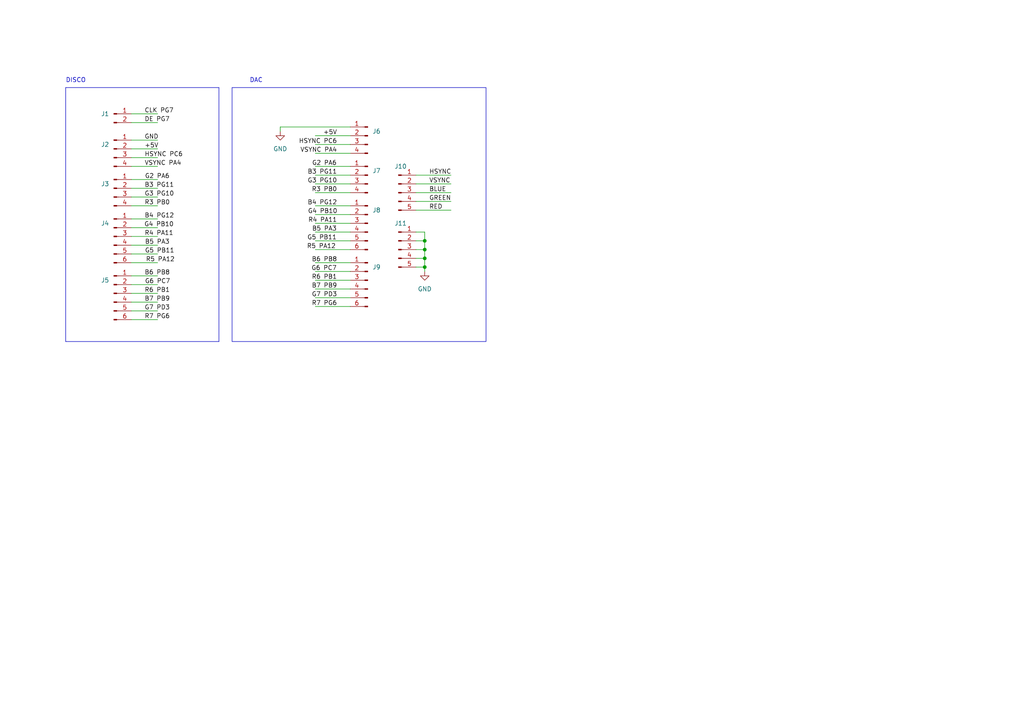
<source format=kicad_sch>
(kicad_sch (version 20230121) (generator eeschema)
  (paper "A4")
  (lib_symbols
    (symbol "Connector:Conn_01x02_Male" (pin_names (offset 1.016) hide)
      (property "Reference" "J" (at 0 2.54 0))
      (property "Value" "Conn_01x02_Male" (at 0 -5.08 0))
      (symbol "Conn_01x02_Male_1_1"
        (polyline (pts (xy 1.27 -2.54) (xy 0.8636 -2.54)) (stroke (width 0.1524)))
        (polyline (pts (xy 1.27 0) (xy 0.8636 0)) (stroke (width 0.1524)))
        (rectangle (start 0.8636 -2.413) (end 0 -2.667) (stroke (width 0.1524)) (fill (type outline)))
        (rectangle (start 0.8636 0.127) (end 0 -0.127) (stroke (width 0.1524)) (fill (type outline)))
        (pin passive line (at 5.08 0 180) (length 3.81) (name "Pin_1") (number "1"))
        (pin passive line (at 5.08 -2.54 180) (length 3.81) (name "Pin_2") (number "2"))
      )
    )
    (symbol "Connector:Conn_01x04_Male" (pin_names (offset 1.016) hide)
      (property "Reference" "J" (at 0 5.08 0))
      (property "Value" "Conn_01x04_Male" (at 0 -7.62 0))
      (symbol "Conn_01x04_Male_1_1"
        (polyline (pts (xy 1.27 -5.08) (xy 0.8636 -5.08)) (stroke (width 0.1524)))
        (polyline (pts (xy 1.27 -2.54) (xy 0.8636 -2.54)) (stroke (width 0.1524)))
        (polyline (pts (xy 1.27 0) (xy 0.8636 0)) (stroke (width 0.1524)))
        (polyline (pts (xy 1.27 2.54) (xy 0.8636 2.54)) (stroke (width 0.1524)))
        (rectangle (start 0.8636 -4.953) (end 0 -5.207) (stroke (width 0.1524)) (fill (type outline)))
        (rectangle (start 0.8636 -2.413) (end 0 -2.667) (stroke (width 0.1524)) (fill (type outline)))
        (rectangle (start 0.8636 0.127) (end 0 -0.127) (stroke (width 0.1524)) (fill (type outline)))
        (rectangle (start 0.8636 2.667) (end 0 2.413) (stroke (width 0.1524)) (fill (type outline)))
        (pin passive line (at 5.08 2.54 180) (length 3.81) (name "Pin_1") (number "1"))
        (pin passive line (at 5.08 0 180) (length 3.81) (name "Pin_2") (number "2"))
        (pin passive line (at 5.08 -2.54 180) (length 3.81) (name "Pin_3") (number "3"))
        (pin passive line (at 5.08 -5.08 180) (length 3.81) (name "Pin_4") (number "4"))
      )
    )
    (symbol "Connector:Conn_01x05_Male" (pin_names (offset 1.016) hide)
      (property "Reference" "J" (at 0 7.62 0))
      (property "Value" "Conn_01x05_Male" (at 0 -7.62 0))
      (symbol "Conn_01x05_Male_1_1"
        (polyline (pts (xy 1.27 -5.08) (xy 0.8636 -5.08)) (stroke (width 0.1524)))
        (polyline (pts (xy 1.27 -2.54) (xy 0.8636 -2.54)) (stroke (width 0.1524)))
        (polyline (pts (xy 1.27 0) (xy 0.8636 0)) (stroke (width 0.1524)))
        (polyline (pts (xy 1.27 2.54) (xy 0.8636 2.54)) (stroke (width 0.1524)))
        (polyline (pts (xy 1.27 5.08) (xy 0.8636 5.08)) (stroke (width 0.1524)))
        (rectangle (start 0.8636 -4.953) (end 0 -5.207) (stroke (width 0.1524)) (fill (type outline)))
        (rectangle (start 0.8636 -2.413) (end 0 -2.667) (stroke (width 0.1524)) (fill (type outline)))
        (rectangle (start 0.8636 0.127) (end 0 -0.127) (stroke (width 0.1524)) (fill (type outline)))
        (rectangle (start 0.8636 2.667) (end 0 2.413) (stroke (width 0.1524)) (fill (type outline)))
        (rectangle (start 0.8636 5.207) (end 0 4.953) (stroke (width 0.1524)) (fill (type outline)))
        (pin passive line (at 5.08 5.08 180) (length 3.81) (name "Pin_1") (number "1"))
        (pin passive line (at 5.08 2.54 180) (length 3.81) (name "Pin_2") (number "2"))
        (pin passive line (at 5.08 0 180) (length 3.81) (name "Pin_3") (number "3"))
        (pin passive line (at 5.08 -2.54 180) (length 3.81) (name "Pin_4") (number "4"))
        (pin passive line (at 5.08 -5.08 180) (length 3.81) (name "Pin_5") (number "5"))
      )
    )
    (symbol "Connector:Conn_01x06_Male" (pin_names (offset 1.016) hide)
      (property "Reference" "J" (at 0 7.62 0))
      (property "Value" "Conn_01x06_Male" (at 0 -10.16 0))
      (symbol "Conn_01x06_Male_1_1"
        (polyline (pts (xy 1.27 -7.62) (xy 0.8636 -7.62)) (stroke (width 0.1524)))
        (polyline (pts (xy 1.27 -5.08) (xy 0.8636 -5.08)) (stroke (width 0.1524)))
        (polyline (pts (xy 1.27 -2.54) (xy 0.8636 -2.54)) (stroke (width 0.1524)))
        (polyline (pts (xy 1.27 0) (xy 0.8636 0)) (stroke (width 0.1524)))
        (polyline (pts (xy 1.27 2.54) (xy 0.8636 2.54)) (stroke (width 0.1524)))
        (polyline (pts (xy 1.27 5.08) (xy 0.8636 5.08)) (stroke (width 0.1524)))
        (rectangle (start 0.8636 -7.493) (end 0 -7.747) (stroke (width 0.1524)) (fill (type outline)))
        (rectangle (start 0.8636 -4.953) (end 0 -5.207) (stroke (width 0.1524)) (fill (type outline)))
        (rectangle (start 0.8636 -2.413) (end 0 -2.667) (stroke (width 0.1524)) (fill (type outline)))
        (rectangle (start 0.8636 0.127) (end 0 -0.127) (stroke (width 0.1524)) (fill (type outline)))
        (rectangle (start 0.8636 2.667) (end 0 2.413) (stroke (width 0.1524)) (fill (type outline)))
        (rectangle (start 0.8636 5.207) (end 0 4.953) (stroke (width 0.1524)) (fill (type outline)))
        (pin passive line (at 5.08 5.08 180) (length 3.81) (name "Pin_1") (number "1"))
        (pin passive line (at 5.08 2.54 180) (length 3.81) (name "Pin_2") (number "2"))
        (pin passive line (at 5.08 0 180) (length 3.81) (name "Pin_3") (number "3"))
        (pin passive line (at 5.08 -2.54 180) (length 3.81) (name "Pin_4") (number "4"))
        (pin passive line (at 5.08 -5.08 180) (length 3.81) (name "Pin_5") (number "5"))
        (pin passive line (at 5.08 -7.62 180) (length 3.81) (name "Pin_6") (number "6"))
      )
    )
    (symbol "power:GND" (power) (pin_names (offset 0))
      (property "Value" "GND" (at 0 -3.81 0))
      (symbol "GND_0_1"
        (polyline (pts (xy 0 0) (xy 0 -1.27) (xy 1.27 -1.27) (xy 0 -2.54) (xy -1.27 -1.27) (xy 0 -1.27)))
      )
      (symbol "GND_1_1"
        (pin power_in line (at 0 0 270) (length 0) hide (name "GND") (number "1"))
      )
    )
  )
  (junction (at 123.19 74.93))
  (junction (at 123.19 72.39))
  (junction (at 123.19 69.85))
  (junction (at 123.19 77.47))
  (wire (pts (xy 120.65 67.31) (xy 123.19 67.31)))
  (wire (pts (xy 38.1 73.66) (xy 45.72 73.66)))
  (wire (pts (xy 101.6 36.83) (xy 81.28 36.83)))
  (wire (pts (xy 38.1 63.5) (xy 45.72 63.5)))
  (wire (pts (xy 38.1 82.55) (xy 45.72 82.55)))
  (wire (pts (xy 91.44 64.77) (xy 101.6 64.77)))
  (wire (pts (xy 91.44 78.74) (xy 101.6 78.74)))
  (wire (pts (xy 120.65 74.93) (xy 123.19 74.93)))
  (wire (pts (xy 91.44 53.34) (xy 101.6 53.34)))
  (wire (pts (xy 38.1 48.26) (xy 45.72 48.26)))
  (polyline (pts (xy 63.5 99.06) (xy 63.5 25.4)))
  (wire (pts (xy 91.44 83.82) (xy 101.6 83.82)))
  (wire (pts (xy 38.1 68.58) (xy 45.72 68.58)))
  (wire (pts (xy 123.19 72.39) (xy 123.19 74.93)))
  (wire (pts (xy 91.44 62.23) (xy 101.6 62.23)))
  (wire (pts (xy 130.81 60.96) (xy 120.65 60.96)))
  (polyline (pts (xy 19.05 99.06) (xy 63.5 99.06)))
  (wire (pts (xy 91.44 39.37) (xy 101.6 39.37)))
  (polyline (pts (xy 19.05 25.4) (xy 63.5 25.4)))
  (wire (pts (xy 120.65 77.47) (xy 123.19 77.47)))
  (wire (pts (xy 91.44 88.9) (xy 101.6 88.9)))
  (wire (pts (xy 130.81 53.34) (xy 120.65 53.34)))
  (wire (pts (xy 123.19 74.93) (xy 123.19 77.47)))
  (wire (pts (xy 38.1 85.09) (xy 45.72 85.09)))
  (wire (pts (xy 91.44 81.28) (xy 101.6 81.28)))
  (wire (pts (xy 91.44 69.85) (xy 101.6 69.85)))
  (wire (pts (xy 91.44 44.45) (xy 101.6 44.45)))
  (wire (pts (xy 38.1 90.17) (xy 45.72 90.17)))
  (wire (pts (xy 38.1 35.56) (xy 45.72 35.56)))
  (wire (pts (xy 38.1 71.12) (xy 45.72 71.12)))
  (wire (pts (xy 38.1 80.01) (xy 45.72 80.01)))
  (wire (pts (xy 91.44 72.39) (xy 101.6 72.39)))
  (wire (pts (xy 130.81 58.42) (xy 120.65 58.42)))
  (wire (pts (xy 91.44 59.69) (xy 101.6 59.69)))
  (wire (pts (xy 91.44 86.36) (xy 101.6 86.36)))
  (wire (pts (xy 38.1 66.04) (xy 45.72 66.04)))
  (wire (pts (xy 38.1 87.63) (xy 45.72 87.63)))
  (wire (pts (xy 91.44 55.88) (xy 101.6 55.88)))
  (wire (pts (xy 38.1 92.71) (xy 45.72 92.71)))
  (wire (pts (xy 91.44 48.26) (xy 101.6 48.26)))
  (wire (pts (xy 91.44 67.31) (xy 101.6 67.31)))
  (wire (pts (xy 91.44 50.8) (xy 101.6 50.8)))
  (wire (pts (xy 38.1 43.18) (xy 45.72 43.18)))
  (wire (pts (xy 38.1 33.02) (xy 45.72 33.02)))
  (wire (pts (xy 38.1 59.69) (xy 45.72 59.69)))
  (wire (pts (xy 38.1 57.15) (xy 45.72 57.15)))
  (wire (pts (xy 91.44 76.2) (xy 101.6 76.2)))
  (wire (pts (xy 120.65 69.85) (xy 123.19 69.85)))
  (wire (pts (xy 123.19 67.31) (xy 123.19 69.85)))
  (wire (pts (xy 38.1 45.72) (xy 45.72 45.72)))
  (wire (pts (xy 120.65 72.39) (xy 123.19 72.39)))
  (wire (pts (xy 38.1 40.64) (xy 45.72 40.64)))
  (wire (pts (xy 38.1 76.2) (xy 45.72 76.2)))
  (wire (pts (xy 81.28 36.83) (xy 81.28 38.1)))
  (wire (pts (xy 130.81 55.88) (xy 120.65 55.88)))
  (wire (pts (xy 123.19 69.85) (xy 123.19 72.39)))
  (wire (pts (xy 38.1 52.07) (xy 45.72 52.07)))
  (polyline (pts (xy 19.05 25.4) (xy 19.05 99.06)))
  (wire (pts (xy 91.44 41.91) (xy 101.6 41.91)))
  (wire (pts (xy 130.81 50.8) (xy 120.65 50.8)))
  (wire (pts (xy 38.1 54.61) (xy 45.72 54.61)))
  (wire (pts (xy 123.19 77.47) (xy 123.19 78.74)))
  (rectangle (start 67.31 25.4) (end 140.97 99.06))
  (text "DAC" (at 72.39 24.13 0) (effects (font (size 1.27 1.27)) (justify left bottom)))
  (text "DISCO" (at 19.05 24.13 0) (effects (font (size 1.27 1.27)) (justify left bottom)))
  (label "B4 PG12" (at 41.91 63.5 0))
  (label "GREEN" (at 124.46 58.42 0))
  (label "R4 PA11" (at 97.79 64.77 180))
  (label "G7 PD3" (at 41.91 90.17 0))
  (label "VSYNC" (at 124.46 53.34 0))
  (label "+5V" (at 41.91 43.18 0))
  (label "G4 PB10" (at 97.8829 62.23 180))
  (label "R6 PB1" (at 41.91 85.09 0))
  (label "G6 PC7" (at 42.0028 82.55 0))
  (label "HSYNC PC6" (at 97.79 41.91 180))
  (label "+5V" (at 97.79 39.37 180))
  (label "G3 PG10" (at 97.79 53.34 180))
  (label "G4 PB10" (at 41.8171 66.04 0))
  (label "BLUE" (at 124.46 55.88 0))
  (label "B5 PA3" (at 97.6972 67.31 180))
  (label "B6 PB8" (at 41.91 80.01 0))
  (label "DE PG7" (at 41.91 35.56 0))
  (label "G3 PG10" (at 41.91 57.15 0))
  (label "B3 PG11" (at 97.79 50.8 180))
  (label "B7 PB9" (at 41.91 87.63 0))
  (label "VSYNC PA4" (at 97.79 44.45 180))
  (label "G2 PA6" (at 42.0028 52.07 0))
  (label "B7 PB9" (at 97.79 83.82 180))
  (label "R5 PA12" (at 97.4187 72.39 180))
  (label "R4 PA11" (at 41.91 68.58 0))
  (label "B3 PG11" (at 41.91 54.61 0))
  (label "GND" (at 41.91 40.64 0))
  (label "HSYNC PC6" (at 41.91 45.72 0))
  (label "G7 PD3" (at 97.79 86.36 180))
  (label "B4 PG12" (at 97.79 59.69 180))
  (label "CLK PG7" (at 41.91 33.02 0))
  (label "R3 PB0" (at 97.79 55.88 180))
  (label "R7 PG6" (at 97.79 88.9 180))
  (label "R3 PB0" (at 41.91 59.69 0))
  (label "R6 PB1" (at 97.79 81.28 180))
  (label "R7 PG6" (at 41.91 92.71 0))
  (label "HSYNC" (at 124.46 50.8 0))
  (label "R5 PA12" (at 42.2813 76.2 0))
  (label "B6 PB8" (at 97.79 76.2 180))
  (label "RED" (at 124.46 60.96 0))
  (label "G5 PB11" (at 97.6972 69.85 180))
  (label "G5 PB11" (at 42.0028 73.66 0))
  (label "G2 PA6" (at 97.6972 48.26 180))
  (label "B5 PA3" (at 42.0028 71.12 0))
  (label "VSYNC PA4" (at 41.91 48.26 0))
  (label "G6 PC7" (at 97.6972 78.74 180))
  (symbol (lib_id "Connector:Conn_01x04_Male") (at 33.02 54.61 0) (unit 1)
    (property "Reference" "J3" (at 30.48 53.34 0))
    (property "Value" "Conn_01x04_Male" (effects hide))
    (property "Footprint" "Connector_JST:JST_XH_B4B-XH-A_1x04_P2.50mm_Vertical" (effects hide))
  )
  (symbol (lib_id "Connector:Conn_01x06_Male") (at 106.68 81.28 0) (mirror y) (unit 1)
    (property "Reference" "J9" (at 109.22 77.47 0))
    (property "Value" "Conn_01x06_Male" (effects hide))
    (property "Footprint" "Connector_JST:JST_XH_B6B-XH-A_1x06_P2.50mm_Vertical" (effects hide))
  )
  (symbol (lib_id "power:GND") (at 81.28 38.1 0) (unit 1)
    (property "Reference" "#PWR01" (effects hide))
    (property "Value" "GND" (at 81.28 43.18 0))
  )
  (symbol (lib_id "Connector:Conn_01x06_Male") (at 33.02 68.58 0) (unit 1)
    (property "Reference" "J4" (at 30.48 64.77 0))
    (property "Value" "Conn_01x06_Male" (effects hide))
    (property "Footprint" "Connector_JST:JST_XH_B6B-XH-A_1x06_P2.50mm_Vertical" (effects hide))
  )
  (symbol (lib_id "Connector:Conn_01x05_Male") (at 115.57 55.88 0) (unit 1)
    (property "Reference" "J10" (at 116.205 48.26 0))
    (property "Value" "Conn_01x05_Male" (effects hide))
    (property "Footprint" "Connector_JST:JST_XH_B5B-XH-A_1x05_P2.50mm_Vertical" (effects hide))
  )
  (symbol (lib_id "Connector:Conn_01x06_Male") (at 33.02 85.09 0) (unit 1)
    (property "Reference" "J5" (at 30.48 81.28 0))
    (property "Value" "Conn_01x06_Male" (effects hide))
    (property "Footprint" "Connector_JST:JST_XH_B6B-XH-A_1x06_P2.50mm_Vertical" (effects hide))
  )
  (symbol (lib_id "Connector:Conn_01x06_Male") (at 106.68 64.77 0) (mirror y) (unit 1)
    (property "Reference" "J8" (at 109.22 60.96 0))
    (property "Value" "Conn_01x06_Male" (effects hide))
    (property "Footprint" "Connector_JST:JST_XH_B6B-XH-A_1x06_P2.50mm_Vertical" (effects hide))
  )
  (symbol (lib_id "Connector:Conn_01x02_Male") (at 33.02 33.02 0) (unit 1)
    (property "Reference" "J1" (at 30.48 33.02 0))
    (property "Value" "Conn_01x02_Male" (effects hide))
    (property "Footprint" "Connector_JST:JST_XH_B2B-XH-A_1x02_P2.50mm_Vertical" (effects hide))
  )
  (symbol (lib_id "Connector:Conn_01x05_Male") (at 115.57 72.39 0) (unit 1)
    (property "Reference" "J11" (at 116.205 64.77 0))
    (property "Value" "Conn_01x05_Male" (effects hide))
    (property "Footprint" "Connector_JST:JST_XH_B5B-XH-A_1x05_P2.50mm_Vertical" (effects hide))
  )
  (symbol (lib_id "Connector:Conn_01x04_Male") (at 106.68 50.8 0) (mirror y) (unit 1)
    (property "Reference" "J7" (at 109.22 49.53 0))
    (property "Value" "Conn_01x04_Male" (effects hide))
    (property "Footprint" "Connector_JST:JST_XH_B4B-XH-A_1x04_P2.50mm_Vertical" (effects hide))
  )
  (symbol (lib_id "Connector:Conn_01x04_Male") (at 106.68 39.37 0) (mirror y) (unit 1)
    (property "Reference" "J6" (at 109.22 38.1 0))
    (property "Value" "Conn_01x04_Male" (effects hide))
    (property "Footprint" "Connector_JST:JST_XH_B4B-XH-A_1x04_P2.50mm_Vertical" (effects hide))
  )
  (symbol (lib_id "Connector:Conn_01x04_Male") (at 33.02 43.18 0) (unit 1)
    (property "Reference" "J2" (at 30.48 41.91 0))
    (property "Value" "Conn_01x04_Male" (effects hide))
    (property "Footprint" "Connector_JST:JST_XH_B4B-XH-A_1x04_P2.50mm_Vertical" (effects hide))
  )
  (symbol (lib_id "power:GND") (at 123.19 78.74 0) (unit 1)
    (property "Reference" "#PWR02" (effects hide))
    (property "Value" "GND" (at 123.19 83.82 0))
  )
)
</source>
